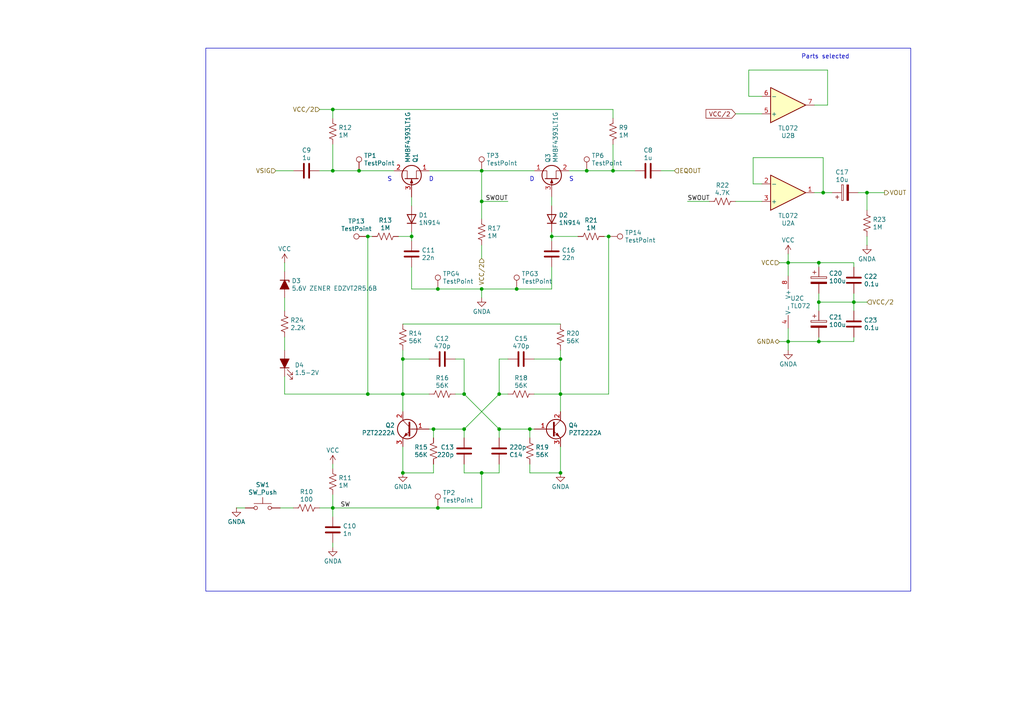
<source format=kicad_sch>
(kicad_sch (version 20231120) (generator "eeschema") (generator_version "8.0")
  (paper "A4")
  (lib_symbols
    (symbol "Amplifier_Operational:TL072" (pin_names (offset 0.127))
      (property "Reference" "U" (at 0 5.08 0))
      (property "Value" "TL072" (at 0 -5.08 0))
      (symbol "TL072_1_1"
        (polyline (pts (xy -5.08 5.08) (xy 5.08 0) (xy -5.08 -5.08) (xy -5.08 5.08)) (stroke (width 0.254)) (fill (type background)))
        (pin output line (at 7.62 0 180) (length 2.54) (name "~") (number "1"))
        (pin input line (at -7.62 -2.54 0) (length 2.54) (name "-") (number "2"))
        (pin input line (at -7.62 2.54 0) (length 2.54) (name "+") (number "3"))
      )
      (symbol "TL072_2_1"
        (polyline (pts (xy -5.08 5.08) (xy 5.08 0) (xy -5.08 -5.08) (xy -5.08 5.08)) (stroke (width 0.254)) (fill (type background)))
        (pin input line (at -7.62 2.54 0) (length 2.54) (name "+") (number "5"))
        (pin input line (at -7.62 -2.54 0) (length 2.54) (name "-") (number "6"))
        (pin output line (at 7.62 0 180) (length 2.54) (name "~") (number "7"))
      )
      (symbol "TL072_3_1"
        (pin power_in line (at -2.54 -7.62 90) (length 3.81) (name "V-") (number "4"))
        (pin power_in line (at -2.54 7.62 270) (length 3.81) (name "V+") (number "8"))
      )
    )
    (symbol "Connector:TestPoint" (pin_numbers hide) (pin_names (offset 0.762) hide)
      (property "Reference" "TP" (at 0 6.858 0))
      (property "Value" "TestPoint" (at 0 5.08 0))
      (symbol "TestPoint_0_1"
        (circle (center 0 3.302) (radius 0.762))
      )
      (symbol "TestPoint_1_1"
        (pin passive line (at 0 0 90) (length 2.54) (name "1") (number "1"))
      )
    )
    (symbol "Device:C" (pin_numbers hide) (pin_names (offset 0.254))
      (property "Reference" "C" (at 0.635 2.54 0))
      (property "Value" "C" (at 0.635 -2.54 0))
      (symbol "C_0_1"
        (polyline (pts (xy -2.032 -0.762) (xy 2.032 -0.762)) (stroke (width 0.508)))
        (polyline (pts (xy -2.032 0.762) (xy 2.032 0.762)) (stroke (width 0.508)))
      )
      (symbol "C_1_1"
        (pin passive line (at 0 3.81 270) (length 2.794) (name "~") (number "1"))
        (pin passive line (at 0 -3.81 90) (length 2.794) (name "~") (number "2"))
      )
    )
    (symbol "Device:C_Polarized" (pin_numbers hide) (pin_names (offset 0.254))
      (property "Reference" "C" (at 0.635 2.54 0))
      (property "Value" "C_Polarized" (at 0.635 -2.54 0))
      (symbol "C_Polarized_0_1"
        (rectangle (start -2.286 0.508) (end 2.286 1.016))
        (polyline (pts (xy -1.778 2.286) (xy -0.762 2.286)))
        (polyline (pts (xy -1.27 2.794) (xy -1.27 1.778)))
        (rectangle (start 2.286 -0.508) (end -2.286 -1.016) (fill (type outline)))
      )
      (symbol "C_Polarized_1_1"
        (pin passive line (at 0 3.81 270) (length 2.794) (name "~") (number "1"))
        (pin passive line (at 0 -3.81 90) (length 2.794) (name "~") (number "2"))
      )
    )
    (symbol "Device:D_Zener_Filled" (pin_numbers hide) (pin_names (offset 1.016) hide)
      (property "Reference" "D" (at 0 2.54 0))
      (property "Value" "D_Zener_Filled" (at 0 -2.54 0))
      (symbol "D_Zener_Filled_0_1"
        (polyline (pts (xy 1.27 0) (xy -1.27 0)))
        (polyline (pts (xy -1.27 -1.27) (xy -1.27 1.27) (xy -0.762 1.27)) (stroke (width 0.254)))
        (polyline (pts (xy 1.27 -1.27) (xy 1.27 1.27) (xy -1.27 0) (xy 1.27 -1.27)) (stroke (width 0.254)) (fill (type outline)))
      )
      (symbol "D_Zener_Filled_1_1"
        (pin passive line (at -3.81 0 0) (length 2.54) (name "K") (number "1"))
        (pin passive line (at 3.81 0 180) (length 2.54) (name "A") (number "2"))
      )
    )
    (symbol "Device:LED_Filled" (pin_numbers hide) (pin_names (offset 1.016) hide)
      (property "Reference" "D" (at 0 2.54 0))
      (property "Value" "LED_Filled" (at 0 -2.54 0))
      (symbol "LED_Filled_0_1"
        (polyline (pts (xy -1.27 -1.27) (xy -1.27 1.27)) (stroke (width 0.254)))
        (polyline (pts (xy -1.27 0) (xy 1.27 0)))
        (polyline (pts (xy 1.27 -1.27) (xy 1.27 1.27) (xy -1.27 0) (xy 1.27 -1.27)) (stroke (width 0.254)) (fill (type outline)))
        (polyline (pts (xy -3.048 -0.762) (xy -4.572 -2.286) (xy -3.81 -2.286) (xy -4.572 -2.286) (xy -4.572 -1.524)))
        (polyline (pts (xy -1.778 -0.762) (xy -3.302 -2.286) (xy -2.54 -2.286) (xy -3.302 -2.286) (xy -3.302 -1.524)))
      )
      (symbol "LED_Filled_1_1"
        (pin passive line (at -3.81 0 0) (length 2.54) (name "K") (number "1"))
        (pin passive line (at 3.81 0 180) (length 2.54) (name "A") (number "2"))
      )
    )
    (symbol "Device:Q_NJFET_DSG" (pin_names (offset 0) hide)
      (property "Reference" "Q" (at 5.08 1.27 0))
      (property "Value" "Q_NJFET_DSG" (at 5.08 -1.27 0))
      (symbol "Q_NJFET_DSG_0_1"
        (polyline (pts (xy 0.254 1.905) (xy 0.254 -1.905) (xy 0.254 -1.905)) (stroke (width 0.254)))
        (polyline (pts (xy 2.54 -2.54) (xy 2.54 -1.27) (xy 0.254 -1.27)))
        (polyline (pts (xy 2.54 2.54) (xy 2.54 1.397) (xy 0.254 1.397)))
        (polyline (pts (xy 0 0) (xy -1.016 0.381) (xy -1.016 -0.381) (xy 0 0)) (fill (type outline)))
        (circle (center 1.27 0) (radius 2.8194) (stroke (width 0.254)))
      )
      (symbol "Q_NJFET_DSG_1_1"
        (pin passive line (at 2.54 5.08 270) (length 2.54) (name "D") (number "1"))
        (pin passive line (at 2.54 -5.08 90) (length 2.54) (name "S") (number "2"))
        (pin input line (at -5.08 0 0) (length 5.334) (name "G") (number "3"))
      )
    )
    (symbol "Device:R_US" (pin_numbers hide) (pin_names (offset 0))
      (property "Reference" "R" (at 2.54 0 90))
      (property "Value" "R_US" (at -2.54 0 90))
      (symbol "R_US_0_1"
        (polyline (pts (xy 0 -2.286) (xy 0 -2.54)))
        (polyline (pts (xy 0 2.286) (xy 0 2.54)))
        (polyline (pts (xy 0 -0.762) (xy 1.016 -1.143) (xy 0 -1.524) (xy -1.016 -1.905) (xy 0 -2.286)))
        (polyline (pts (xy 0 0.762) (xy 1.016 0.381) (xy 0 0) (xy -1.016 -0.381) (xy 0 -0.762)))
        (polyline (pts (xy 0 2.286) (xy 1.016 1.905) (xy 0 1.524) (xy -1.016 1.143) (xy 0 0.762)))
      )
      (symbol "R_US_1_1"
        (pin passive line (at 0 3.81 270) (length 1.27) (name "~") (number "1"))
        (pin passive line (at 0 -3.81 90) (length 1.27) (name "~") (number "2"))
      )
    )
    (symbol "Diode:1N914" (pin_numbers hide) (pin_names hide)
      (property "Reference" "D" (at 0 2.54 0))
      (property "Value" "1N914" (at 0 -2.54 0))
      (symbol "1N914_0_1"
        (polyline (pts (xy -1.27 1.27) (xy -1.27 -1.27)) (stroke (width 0.254)))
        (polyline (pts (xy 1.27 0) (xy -1.27 0)))
        (polyline (pts (xy 1.27 1.27) (xy 1.27 -1.27) (xy -1.27 0) (xy 1.27 1.27)) (stroke (width 0.254)))
      )
      (symbol "1N914_1_1"
        (pin passive line (at -3.81 0 0) (length 2.54) (name "K") (number "1"))
        (pin passive line (at 3.81 0 180) (length 2.54) (name "A") (number "2"))
      )
    )
    (symbol "Switch:SW_Push" (pin_numbers hide) (pin_names (offset 1.016) hide)
      (property "Reference" "SW" (at 1.27 2.54 0))
      (property "Value" "SW_Push" (at 0 -1.524 0))
      (symbol "SW_Push_0_1"
        (circle (center -2.032 0) (radius 0.508))
        (polyline (pts (xy 0 1.27) (xy 0 3.048)))
        (polyline (pts (xy 2.54 1.27) (xy -2.54 1.27)))
        (circle (center 2.032 0) (radius 0.508))
        (pin passive line (at -5.08 0 0) (length 2.54) (name "1") (number "1"))
        (pin passive line (at 5.08 0 180) (length 2.54) (name "2") (number "2"))
      )
    )
    (symbol "Transistor_BJT:PZT2222A" (pin_names (offset 0) hide)
      (property "Reference" "Q" (at 5.08 1.905 0))
      (property "Value" "PZT2222A" (at 5.08 0 0))
      (symbol "PZT2222A_0_1"
        (polyline (pts (xy 0 0) (xy 0.635 0)))
        (polyline (pts (xy 2.54 -2.54) (xy 0.635 -0.635)))
        (polyline (pts (xy 2.54 2.54) (xy 0.635 0.635)))
        (polyline (pts (xy 0.635 1.905) (xy 0.635 -1.905) (xy 0.635 -1.905)) (stroke (width 0.508)))
        (polyline (pts (xy 2.286 -2.286) (xy 1.778 -1.778) (xy 1.778 -1.778)))
        (polyline (pts (xy 1.143 -1.651) (xy 1.651 -1.143) (xy 2.159 -2.159) (xy 1.143 -1.651) (xy 1.143 -1.651)) (fill (type outline)))
        (circle (center 1.27 0) (radius 2.8194) (stroke (width 0.254)))
      )
      (symbol "PZT2222A_1_1"
        (pin input line (at -5.08 0 0) (length 5.08) (name "B") (number "1"))
        (pin passive line (at 2.54 5.08 270) (length 2.54) (name "C") (number "2"))
        (pin passive line (at 2.54 -5.08 90) (length 2.54) (name "E") (number "3"))
      )
    )
    (symbol "power:GNDA" (power) (pin_numbers hide) (pin_names (offset 0) hide)
      (property "Value" "GNDA" (at 0 -3.81 0))
      (symbol "GNDA_0_1"
        (polyline (pts (xy 0 0) (xy 0 -1.27) (xy 1.27 -1.27) (xy 0 -2.54) (xy -1.27 -1.27) (xy 0 -1.27)))
      )
      (symbol "GNDA_1_1"
        (pin power_in line (at 0 0 270) (length 0) (name "~") (number "1"))
      )
    )
    (symbol "power:VCC" (power) (pin_numbers hide) (pin_names (offset 0) hide)
      (property "Value" "VCC" (at 0 3.556 0))
      (symbol "VCC_0_1"
        (polyline (pts (xy -0.762 1.27) (xy 0 2.54)))
        (polyline (pts (xy 0 0) (xy 0 2.54)))
        (polyline (pts (xy 0 2.54) (xy 0.762 1.27)))
      )
      (symbol "VCC_1_1"
        (pin power_in line (at 0 0 90) (length 0) (name "~") (number "1"))
      )
    )
  )
  (junction (at 170.18 49.53))
  (junction (at 116.84 114.3))
  (junction (at 96.52 49.53))
  (junction (at 139.7 49.53))
  (junction (at 251.46 55.88))
  (junction (at 162.56 137.16))
  (junction (at 144.78 124.46))
  (junction (at 153.67 124.46))
  (junction (at 106.68 68.58))
  (junction (at 176.53 68.58))
  (junction (at 127 83.82))
  (junction (at 238.76 55.88))
  (junction (at 144.78 114.3))
  (junction (at 134.62 124.46))
  (junction (at 228.6 76.2))
  (junction (at 237.49 99.06))
  (junction (at 119.38 68.58))
  (junction (at 96.52 31.75))
  (junction (at 139.7 137.16))
  (junction (at 104.14 49.53))
  (junction (at 247.65 87.63))
  (junction (at 177.8 49.53))
  (junction (at 237.49 87.63))
  (junction (at 96.52 147.32))
  (junction (at 228.6 99.06))
  (junction (at 139.7 83.82))
  (junction (at 237.49 76.2))
  (junction (at 139.7 58.42))
  (junction (at 116.84 137.16))
  (junction (at 106.68 114.3))
  (junction (at 162.56 104.14))
  (junction (at 162.56 114.3))
  (junction (at 149.86 83.82))
  (junction (at 116.84 104.14))
  (junction (at 125.73 124.46))
  (junction (at 160.02 68.58))
  (junction (at 127 147.32))
  (junction (at 134.62 114.3))
  (wire (pts (xy 228.6 76.2) (xy 237.49 76.2)))
  (wire (pts (xy 153.67 134.62) (xy 153.67 137.16)))
  (wire (pts (xy 96.52 49.53) (xy 104.14 49.53)))
  (wire (pts (xy 119.38 77.47) (xy 119.38 83.82)))
  (wire (pts (xy 162.56 137.16) (xy 162.56 129.54)))
  (wire (pts (xy 106.68 68.58) (xy 107.95 68.58)))
  (wire (pts (xy 116.84 93.98) (xy 162.56 93.98)))
  (wire (pts (xy 119.38 57.15) (xy 119.38 59.69)))
  (wire (pts (xy 82.55 76.2) (xy 82.55 78.74)))
  (wire (pts (xy 134.62 104.14) (xy 134.62 114.3)))
  (wire (pts (xy 134.62 114.3) (xy 144.78 124.46)))
  (wire (pts (xy 237.49 85.09) (xy 237.49 87.63)))
  (wire (pts (xy 220.98 27.94) (xy 217.17 27.94)))
  (wire (pts (xy 125.73 137.16) (xy 116.84 137.16)))
  (wire (pts (xy 162.56 114.3) (xy 162.56 119.38)))
  (wire (pts (xy 125.73 124.46) (xy 134.62 124.46)))
  (wire (pts (xy 228.6 73.66) (xy 228.6 76.2)))
  (wire (pts (xy 247.65 87.63) (xy 237.49 87.63)))
  (wire (pts (xy 177.8 41.91) (xy 177.8 49.53)))
  (wire (pts (xy 153.67 124.46) (xy 153.67 127)))
  (wire (pts (xy 119.38 69.85) (xy 119.38 68.58)))
  (wire (pts (xy 165.1 49.53) (xy 170.18 49.53)))
  (wire (pts (xy 177.8 49.53) (xy 184.15 49.53)))
  (wire (pts (xy 96.52 147.32) (xy 96.52 149.86)))
  (wire (pts (xy 177.8 31.75) (xy 177.8 34.29)))
  (wire (pts (xy 139.7 49.53) (xy 139.7 58.42)))
  (wire (pts (xy 125.73 124.46) (xy 125.73 127)))
  (wire (pts (xy 119.38 68.58) (xy 119.38 67.31)))
  (wire (pts (xy 154.94 124.46) (xy 153.67 124.46)))
  (wire (pts (xy 228.6 80.01) (xy 228.6 76.2)))
  (wire (pts (xy 127 83.82) (xy 139.7 83.82)))
  (wire (pts (xy 116.84 114.3) (xy 124.46 114.3)))
  (wire (pts (xy 154.94 104.14) (xy 162.56 104.14)))
  (wire (pts (xy 106.68 68.58) (xy 106.68 114.3)))
  (wire (pts (xy 162.56 114.3) (xy 176.53 114.3)))
  (wire (pts (xy 134.62 124.46) (xy 134.62 127)))
  (wire (pts (xy 238.76 55.88) (xy 236.22 55.88)))
  (wire (pts (xy 132.08 114.3) (xy 134.62 114.3)))
  (wire (pts (xy 226.06 76.2) (xy 228.6 76.2)))
  (wire (pts (xy 124.46 124.46) (xy 125.73 124.46)))
  (wire (pts (xy 154.94 114.3) (xy 162.56 114.3)))
  (wire (pts (xy 241.3 55.88) (xy 238.76 55.88)))
  (wire (pts (xy 237.49 77.47) (xy 237.49 76.2)))
  (wire (pts (xy 247.65 85.09) (xy 247.65 87.63)))
  (wire (pts (xy 96.52 31.75) (xy 177.8 31.75)))
  (wire (pts (xy 104.14 49.53) (xy 114.3 49.53)))
  (wire (pts (xy 92.71 31.75) (xy 96.52 31.75)))
  (wire (pts (xy 139.7 83.82) (xy 139.7 86.36)))
  (wire (pts (xy 139.7 137.16) (xy 139.7 147.32)))
  (wire (pts (xy 237.49 76.2) (xy 247.65 76.2)))
  (wire (pts (xy 124.46 49.53) (xy 139.7 49.53)))
  (wire (pts (xy 68.58 147.32) (xy 71.12 147.32)))
  (wire (pts (xy 82.55 109.22) (xy 82.55 114.3)))
  (wire (pts (xy 236.22 30.48) (xy 240.03 30.48)))
  (wire (pts (xy 160.02 69.85) (xy 160.02 68.58)))
  (wire (pts (xy 213.36 33.02) (xy 220.98 33.02)))
  (wire (pts (xy 116.84 137.16) (xy 116.84 129.54)))
  (wire (pts (xy 144.78 104.14) (xy 144.78 114.3)))
  (wire (pts (xy 139.7 71.12) (xy 139.7 74.93)))
  (wire (pts (xy 144.78 124.46) (xy 153.67 124.46)))
  (wire (pts (xy 199.39 58.42) (xy 205.74 58.42)))
  (wire (pts (xy 81.28 147.32) (xy 85.09 147.32)))
  (wire (pts (xy 218.44 45.72) (xy 218.44 53.34)))
  (wire (pts (xy 125.73 134.62) (xy 125.73 137.16)))
  (wire (pts (xy 139.7 49.53) (xy 154.94 49.53)))
  (wire (pts (xy 226.06 99.06) (xy 228.6 99.06)))
  (wire (pts (xy 218.44 45.72) (xy 238.76 45.72)))
  (wire (pts (xy 247.65 76.2) (xy 247.65 77.47)))
  (wire (pts (xy 256.54 55.88) (xy 251.46 55.88)))
  (wire (pts (xy 92.71 147.32) (xy 96.52 147.32)))
  (wire (pts (xy 92.71 49.53) (xy 96.52 49.53)))
  (wire (pts (xy 96.52 158.75) (xy 96.52 157.48)))
  (wire (pts (xy 139.7 58.42) (xy 147.32 58.42)))
  (wire (pts (xy 116.84 114.3) (xy 116.84 119.38)))
  (wire (pts (xy 134.62 137.16) (xy 139.7 137.16)))
  (wire (pts (xy 170.18 49.53) (xy 177.8 49.53)))
  (wire (pts (xy 116.84 104.14) (xy 116.84 114.3)))
  (wire (pts (xy 251.46 55.88) (xy 248.92 55.88)))
  (wire (pts (xy 247.65 87.63) (xy 251.46 87.63)))
  (wire (pts (xy 160.02 57.15) (xy 160.02 59.69)))
  (wire (pts (xy 96.52 41.91) (xy 96.52 49.53)))
  (wire (pts (xy 237.49 99.06) (xy 237.49 97.79)))
  (wire (pts (xy 119.38 83.82) (xy 127 83.82)))
  (wire (pts (xy 220.98 58.42) (xy 213.36 58.42)))
  (wire (pts (xy 237.49 87.63) (xy 237.49 90.17)))
  (wire (pts (xy 191.77 49.53) (xy 195.58 49.53)))
  (wire (pts (xy 218.44 53.34) (xy 220.98 53.34)))
  (wire (pts (xy 82.55 86.36) (xy 82.55 90.17)))
  (wire (pts (xy 139.7 58.42) (xy 139.7 63.5)))
  (wire (pts (xy 217.17 27.94) (xy 217.17 20.32)))
  (wire (pts (xy 80.01 49.53) (xy 85.09 49.53)))
  (wire (pts (xy 247.65 99.06) (xy 237.49 99.06)))
  (wire (pts (xy 106.68 114.3) (xy 116.84 114.3)))
  (wire (pts (xy 115.57 68.58) (xy 119.38 68.58)))
  (wire (pts (xy 251.46 68.58) (xy 251.46 71.12)))
  (wire (pts (xy 116.84 104.14) (xy 124.46 104.14)))
  (wire (pts (xy 139.7 137.16) (xy 144.78 137.16)))
  (wire (pts (xy 247.65 87.63) (xy 247.65 90.17)))
  (wire (pts (xy 228.6 95.25) (xy 228.6 99.06)))
  (wire (pts (xy 96.52 31.75) (xy 96.52 34.29)))
  (wire (pts (xy 176.53 114.3) (xy 176.53 68.58)))
  (wire (pts (xy 149.86 83.82) (xy 160.02 83.82)))
  (wire (pts (xy 144.78 137.16) (xy 144.78 134.62)))
  (wire (pts (xy 127 147.32) (xy 96.52 147.32)))
  (wire (pts (xy 96.52 134.62) (xy 96.52 135.89)))
  (wire (pts (xy 96.52 147.32) (xy 96.52 143.51)))
  (wire (pts (xy 144.78 114.3) (xy 134.62 124.46)))
  (wire (pts (xy 144.78 124.46) (xy 144.78 127)))
  (wire (pts (xy 251.46 55.88) (xy 251.46 60.96)))
  (wire (pts (xy 238.76 45.72) (xy 238.76 55.88)))
  (wire (pts (xy 162.56 104.14) (xy 162.56 114.3)))
  (wire (pts (xy 139.7 147.32) (xy 127 147.32)))
  (wire (pts (xy 176.53 68.58) (xy 175.26 68.58)))
  (wire (pts (xy 153.67 137.16) (xy 162.56 137.16)))
  (wire (pts (xy 217.17 20.32) (xy 240.03 20.32)))
  (wire (pts (xy 144.78 114.3) (xy 147.32 114.3)))
  (wire (pts (xy 247.65 97.79) (xy 247.65 99.06)))
  (wire (pts (xy 167.64 68.58) (xy 160.02 68.58)))
  (wire (pts (xy 82.55 97.79) (xy 82.55 101.6)))
  (wire (pts (xy 82.55 114.3) (xy 106.68 114.3)))
  (wire (pts (xy 134.62 104.14) (xy 132.08 104.14)))
  (wire (pts (xy 160.02 68.58) (xy 160.02 67.31)))
  (wire (pts (xy 134.62 137.16) (xy 134.62 134.62)))
  (wire (pts (xy 144.78 104.14) (xy 147.32 104.14)))
  (wire (pts (xy 228.6 99.06) (xy 237.49 99.06)))
  (wire (pts (xy 116.84 101.6) (xy 116.84 104.14)))
  (wire (pts (xy 240.03 20.32) (xy 240.03 30.48)))
  (wire (pts (xy 228.6 101.6) (xy 228.6 99.06)))
  (wire (pts (xy 139.7 83.82) (xy 149.86 83.82)))
  (wire (pts (xy 162.56 101.6) (xy 162.56 104.14)))
  (wire (pts (xy 160.02 83.82) (xy 160.02 77.47)))
  (rectangle (start 59.69 13.97) (end 264.16 171.45))
  (text "D" (at 125.095 52.07 0) (effects (font (size 1.27 1.27))))
  (text "D" (at 154.305 52.07 0) (effects (font (size 1.27 1.27))))
  (text "S" (at 165.735 52.07 0) (effects (font (size 1.27 1.27))))
  (text "Parts selected" (at 239.395 16.51 0) (effects (font (size 1.27 1.27))))
  (text "S" (at 113.03 52.07 0) (effects (font (size 1.27 1.27))))
  (label "SW" (at 101.6 147.32 180))
  (label "SWOUT" (at 147.32 58.42 180))
  (label "SWOUT" (at 199.39 58.42 0))
  (global_label "VCC{slash}2" (shape input) (at 213.36 33.02 180) (property "Intersheetrefs" "${INTERSHEET_REFS}" (effects (hide yes))))
  (hierarchical_label "VCC{slash}2" (shape input) (at 139.7 74.93 270))
  (hierarchical_label "VSIG" (shape input) (at 80.01 49.53 180))
  (hierarchical_label "VCC" (shape input) (at 226.06 76.2 180))
  (hierarchical_label "EQOUT" (shape input) (at 195.58 49.53 0))
  (hierarchical_label "VOUT" (shape output) (at 256.54 55.88 0))
  (hierarchical_label "VCC{slash}2" (shape input) (at 92.71 31.75 180))
  (hierarchical_label "GNDA" (shape bidirectional) (at 226.06 99.06 180))
  (hierarchical_label "VCC{slash}2" (shape input) (at 251.46 87.63 0))
  (symbol (lib_id "Device:C") (at 187.96 49.53 90) (unit 1)
    (property "Reference" "C8" (at 187.96 43.5817 90))
    (property "Value" "1u" (at 187.96 45.7692 90))
    (property "Footprint" "Capacitor_SMD:C_0603_1608Metric_Pad1.08x0.95mm_HandSolder" (effects (hide yes)))
    (property "Datasheet" "https://www.digikey.com/en/products/detail/kemet/C0603C105K4RACTU/2199788" (effects (hide yes)))
    (property "Description" "1 µF ±10% 16V Ceramic Capacitor X7R 0603 (1608 Metric)" (effects (hide yes)))
  )
  (symbol (lib_id "Transistor_BJT:PZT2222A") (at 160.02 124.46 0) (unit 1)
    (property "Reference" "Q4" (at 164.8714 123.3662 0) (effects (justify left)))
    (property "Value" "PZT2222A" (at 164.8714 125.5537 0) (effects (justify left)))
    (property "Footprint" "Package_TO_SOT_SMD:SOT-23" (effects (hide yes)))
    (property "Datasheet" "https://www.onsemi.com/pub/Collateral/PN2222-D.PDF" (effects (hide yes)))
    (property "Description" "1A Ic, 40V Vce, NPN Transistor, General Purpose Transistor, SOT-223" (effects (hide yes)))
  )
  (symbol (lib_id "Switch:SW_Push") (at 76.2 147.32 0) (unit 1)
    (property "Reference" "SW1" (at 76.2 140.6097 0))
    (property "Value" "SW_Push" (at 76.2 142.7972 0))
    (property "Footprint" "Connector_Molex:Molex_KK-254_AE-6410-02A_1x02_P2.54mm_Vertical" (effects (hide yes)))
    (property "Description" "Push button switch, generic, two pins" (effects (hide yes)))
  )
  (symbol (lib_id "Transistor_BJT:PZT2222A") (at 119.38 124.46 0) (mirror y) (unit 1)
    (property "Reference" "Q2" (at 114.5286 123.3662 0) (effects (justify left)))
    (property "Value" "PZT2222A" (at 114.5286 125.5537 0) (effects (justify left)))
    (property "Footprint" "Package_TO_SOT_SMD:SOT-23" (effects (hide yes)))
    (property "Datasheet" "https://www.onsemi.com/pub/Collateral/PN2222-D.PDF" (effects (hide yes)))
    (property "Description" "1A Ic, 40V Vce, NPN Transistor, General Purpose Transistor, SOT-223" (effects (hide yes)))
  )
  (symbol (lib_id "Device:R_US") (at 128.27 114.3 270) (unit 1)
    (property "Reference" "R16" (at 128.27 109.6217 90))
    (property "Value" "56K" (at 128.27 111.8092 90))
    (property "Footprint" "Resistor_SMD:R_0805_2012Metric" (effects (hide yes)))
    (property "Description" "Resistor, US symbol" (effects (hide yes)))
  )
  (symbol (lib_id "Device:Q_NJFET_DSG") (at 119.38 52.07 270) (mirror x) (unit 1)
    (property "Reference" "Q1" (at 120.4738 47.2186 0) (effects (justify left)))
    (property "Value" "MMBF4393LT1G" (at 118.2863 47.2186 0) (effects (justify left)))
    (property "Footprint" "Package_TO_SOT_SMD:SOT-23-3" (effects (hide yes)))
    (property "Datasheet" "https://www.digikey.com/en/products/detail/onsemi/MMBF4393LT1G/919583" (effects (hide yes)))
    (property "Description" "N-JFET transistor, drain/source/gate" (effects (hide yes)))
  )
  (symbol (lib_id "Amplifier_Operational:TL072") (at 228.6 55.88 0) (mirror x) (unit 1)
    (property "Reference" "U2" (at 228.6 64.7493 0))
    (property "Value" "TL072" (at 228.6 62.5618 0))
    (property "Footprint" "Package_SO:SOIC-8_3.9x4.9mm_P1.27mm" (effects (hide yes)))
    (property "Datasheet" "http://www.ti.com/lit/ds/symlink/tl071.pdf" (effects (hide yes)))
    (property "Description" "Dual Low-Noise JFET-Input Operational Amplifiers, DIP-8/SOIC-8" (effects (hide yes)))
  )
  (symbol (lib_id "Connector:TestPoint") (at 170.18 49.53 0) (unit 1)
    (property "Reference" "TP6" (at 171.577 45.1342 0) (effects (justify left)))
    (property "Value" "TestPoint" (at 171.577 47.3217 0) (effects (justify left)))
    (property "Footprint" "TestPoint:TestPoint_Pad_1.0x1.0mm" (effects (hide yes)))
    (property "Description" "test point" (effects (hide yes)))
  )
  (symbol (lib_id "power:GNDA") (at 68.58 147.32 0) (unit 1)
    (property "Reference" "#PWR06" (effects (hide yes)))
    (property "Value" "GNDA" (at 68.58 151.3347 0))
    (property "Description" "Power symbol creates a global label with name \"GNDA\" , analog ground" (effects (hide yes)))
  )
  (symbol (lib_id "Connector:TestPoint") (at 127 147.32 0) (unit 1)
    (property "Reference" "TP2" (at 128.397 142.9242 0) (effects (justify left)))
    (property "Value" "TestPoint" (at 128.397 145.1117 0) (effects (justify left)))
    (property "Footprint" "TestPoint:TestPoint_Pad_1.0x1.0mm" (effects (hide yes)))
    (property "Description" "test point" (effects (hide yes)))
  )
  (symbol (lib_id "Device:R_US") (at 88.9 147.32 90) (unit 1)
    (property "Reference" "R10" (at 88.9 142.6417 90))
    (property "Value" "100" (at 88.9 144.8292 90))
    (property "Footprint" "Resistor_SMD:R_0805_2012Metric" (effects (hide yes)))
    (property "Description" "Resistor, US symbol" (effects (hide yes)))
  )
  (symbol (lib_id "Connector:TestPoint") (at 149.86 83.82 0) (unit 1)
    (property "Reference" "TPG3" (at 151.257 79.4242 0) (effects (justify left)))
    (property "Value" "TestPoint" (at 151.257 81.6117 0) (effects (justify left)))
    (property "Footprint" "TestPoint:TestPoint_Pad_1.0x1.0mm" (effects (hide yes)))
    (property "Description" "test point" (effects (hide yes)))
  )
  (symbol (lib_id "Device:R_US") (at 82.55 93.98 180) (unit 1)
    (property "Reference" "R24" (at 84.201 92.8862 0) (effects (justify right)))
    (property "Value" "2.2K" (at 84.201 95.0737 0) (effects (justify right)))
    (property "Footprint" "Resistor_SMD:R_0805_2012Metric" (effects (hide yes)))
    (property "Description" "Resistor, US symbol" (effects (hide yes)))
  )
  (symbol (lib_id "power:GNDA") (at 251.46 71.12 0) (unit 1)
    (property "Reference" "#PWR016" (effects (hide yes)))
    (property "Value" "GNDA" (at 251.46 75.1347 0))
    (property "Description" "Power symbol creates a global label with name \"GNDA\" , analog ground" (effects (hide yes)))
  )
  (symbol (lib_id "Device:C_Polarized") (at 237.49 81.28 0) (unit 1)
    (property "Reference" "C20" (at 240.411 79.2972 0) (effects (justify left)))
    (property "Value" "100u" (at 240.411 81.4847 0) (effects (justify left)))
    (property "Footprint" "Capacitor_THT:CP_Radial_D5.0mm_P2.00mm" (effects (hide yes)))
    (property "Datasheet" "https://www.digikey.com/en/products/detail/kemet/ESK107M016AC3AA/3083016" (effects (hide yes)))
    (property "Description" "CAP ALUM 100UF 20% 16V RADIAL TH" (effects (hide yes)))
  )
  (symbol (lib_id "Device:C_Polarized") (at 237.49 93.98 0) (unit 1)
    (property "Reference" "C21" (at 240.411 91.9972 0) (effects (justify left)))
    (property "Value" "100u" (at 240.411 94.1847 0) (effects (justify left)))
    (property "Footprint" "Capacitor_THT:CP_Radial_D5.0mm_P2.00mm" (effects (hide yes)))
    (property "Datasheet" "https://www.digikey.com/en/products/detail/kemet/ESK107M016AC3AA/3083016" (effects (hide yes)))
    (property "Description" "CAP ALUM 100UF 20% 16V RADIAL TH" (effects (hide yes)))
  )
  (symbol (lib_id "Device:R_US") (at 111.76 68.58 90) (unit 1)
    (property "Reference" "R13" (at 111.76 63.9017 90))
    (property "Value" "1M" (at 111.76 66.0892 90))
    (property "Footprint" "Resistor_SMD:R_0805_2012Metric" (effects (hide yes)))
    (property "Description" "Resistor, US symbol" (effects (hide yes)))
  )
  (symbol (lib_id "Device:R_US") (at 96.52 38.1 0) (unit 1)
    (property "Reference" "R12" (at 98.171 37.0062 0) (effects (justify left)))
    (property "Value" "1M" (at 98.171 39.1937 0) (effects (justify left)))
    (property "Footprint" "Resistor_SMD:R_0805_2012Metric" (effects (hide yes)))
    (property "Description" "Resistor, US symbol" (effects (hide yes)))
  )
  (symbol (lib_id "Device:C") (at 119.38 73.66 180) (unit 1)
    (property "Reference" "C11" (at 122.301 72.5662 0) (effects (justify right)))
    (property "Value" "22n" (at 122.301 74.7537 0) (effects (justify right)))
    (property "Footprint" "Capacitor_SMD:C_0805_2012Metric" (effects (hide yes)))
    (property "Datasheet" "https://www.digikey.com/en/products/detail/kemet/C0603C223K4RAC7867/411092" (effects (hide yes)))
    (property "Description" "0.022 µF ±10% 16V Ceramic Capacitor X7R 0603 (1608 Metric)" (effects (hide yes)))
  )
  (symbol (lib_id "Device:C") (at 151.13 104.14 270) (unit 1)
    (property "Reference" "C15" (at 151.13 98.1917 90))
    (property "Value" "470p" (at 151.13 100.3792 90))
    (property "Footprint" "Capacitor_SMD:C_0805_2012Metric" (effects (hide yes)))
    (property "Datasheet" "https://www.digikey.com/en/products/detail/kemet/C0603C471K3RAC7867/2200814" (effects (hide yes)))
    (property "Description" "470 pF ±10% 25V Ceramic Capacitor X7R 0603 (1608 Metric)" (effects (hide yes)))
  )
  (symbol (lib_id "Device:C") (at 247.65 93.98 180) (unit 1)
    (property "Reference" "C23" (at 250.571 92.8862 0) (effects (justify right)))
    (property "Value" "0.1u" (at 250.571 95.0737 0) (effects (justify right)))
    (property "Footprint" "Capacitor_SMD:C_0603_1608Metric_Pad1.08x0.95mm_HandSolder" (effects (hide yes)))
    (property "Datasheet" "https://www.digikey.com/en/products/detail/yageo/CC0603KRX7R8BB104/2103079" (effects (hide yes)))
    (property "Description" "0.1 µF ±10% 25V Ceramic Capacitor X7R 0603 (1608 Metric)" (effects (hide yes)))
  )
  (symbol (lib_id "Connector:TestPoint") (at 176.53 68.58 270) (unit 1)
    (property "Reference" "TP14" (at 181.229 67.4862 90) (effects (justify left)))
    (property "Value" "TestPoint" (at 181.229 69.6737 90) (effects (justify left)))
    (property "Footprint" "TestPoint:TestPoint_Pad_1.0x1.0mm" (effects (hide yes)))
    (property "Description" "test point" (effects (hide yes)))
  )
  (symbol (lib_id "Device:R_US") (at 116.84 97.79 180) (unit 1)
    (property "Reference" "R14" (at 118.491 96.6962 0) (effects (justify right)))
    (property "Value" "56K" (at 118.491 98.8837 0) (effects (justify right)))
    (property "Footprint" "Resistor_SMD:R_0805_2012Metric" (effects (hide yes)))
    (property "Description" "Resistor, US symbol" (effects (hide yes)))
  )
  (symbol (lib_id "Connector:TestPoint") (at 106.68 68.58 90) (unit 1)
    (property "Reference" "TP13" (at 103.378 64.1557 90))
    (property "Value" "TestPoint" (at 103.378 66.3432 90))
    (property "Footprint" "TestPoint:TestPoint_Pad_1.0x1.0mm" (effects (hide yes)))
    (property "Description" "test point" (effects (hide yes)))
  )
  (symbol (lib_id "Device:R_US") (at 153.67 130.81 180) (unit 1)
    (property "Reference" "R19" (at 155.321 129.7162 0) (effects (justify right)))
    (property "Value" "56K" (at 155.321 131.9037 0) (effects (justify right)))
    (property "Footprint" "Resistor_SMD:R_0805_2012Metric" (effects (hide yes)))
    (property "Description" "Resistor, US symbol" (effects (hide yes)))
  )
  (symbol (lib_id "Connector:TestPoint") (at 139.7 49.53 0) (unit 1)
    (property "Reference" "TP3" (at 141.097 45.1342 0) (effects (justify left)))
    (property "Value" "TestPoint" (at 141.097 47.3217 0) (effects (justify left)))
    (property "Footprint" "TestPoint:TestPoint_Pad_1.0x1.0mm" (effects (hide yes)))
    (property "Description" "test point" (effects (hide yes)))
  )
  (symbol (lib_id "power:VCC") (at 82.55 76.2 0) (unit 1)
    (property "Reference" "#PWR010" (effects (hide yes)))
    (property "Value" "VCC" (at 82.55 72.1853 0))
    (property "Description" "Power symbol creates a global label with name \"VCC\"" (effects (hide yes)))
  )
  (symbol (lib_id "Device:R_US") (at 151.13 114.3 270) (unit 1)
    (property "Reference" "R18" (at 151.13 109.6217 90))
    (property "Value" "56K" (at 151.13 111.8092 90))
    (property "Footprint" "Resistor_SMD:R_0805_2012Metric" (effects (hide yes)))
    (property "Description" "Resistor, US symbol" (effects (hide yes)))
  )
  (symbol (lib_id "Device:C") (at 247.65 81.28 180) (unit 1)
    (property "Reference" "C22" (at 250.571 80.1862 0) (effects (justify right)))
    (property "Value" "0.1u" (at 250.571 82.3737 0) (effects (justify right)))
    (property "Footprint" "Capacitor_SMD:C_0603_1608Metric_Pad1.08x0.95mm_HandSolder" (effects (hide yes)))
    (property "Datasheet" "https://www.digikey.com/en/products/detail/yageo/CC0603KRX7R8BB104/2103079" (effects (hide yes)))
    (property "Description" "0.1 µF ±10% 25V Ceramic Capacitor X7R 0603 (1608 Metric)" (effects (hide yes)))
  )
  (symbol (lib_id "Device:R_US") (at 125.73 130.81 0) (mirror x) (unit 1)
    (property "Reference" "R15" (at 124.079 129.7162 0) (effects (justify right)))
    (property "Value" "56K" (at 124.079 131.9037 0) (effects (justify right)))
    (property "Footprint" "Resistor_SMD:R_0805_2012Metric" (effects (hide yes)))
    (property "Description" "Resistor, US symbol" (effects (hide yes)))
  )
  (symbol (lib_id "Connector:TestPoint") (at 104.14 49.53 0) (unit 1)
    (property "Reference" "TP1" (at 105.537 45.1342 0) (effects (justify left)))
    (property "Value" "TestPoint" (at 105.537 47.3217 0) (effects (justify left)))
    (property "Footprint" "TestPoint:TestPoint_Pad_1.0x1.0mm" (effects (hide yes)))
    (property "Description" "test point" (effects (hide yes)))
  )
  (symbol (lib_id "power:GNDA") (at 162.56 137.16 0) (unit 1)
    (property "Reference" "#PWR013" (effects (hide yes)))
    (property "Value" "GNDA" (at 162.56 141.1747 0))
    (property "Description" "Power symbol creates a global label with name \"GNDA\" , analog ground" (effects (hide yes)))
  )
  (symbol (lib_id "Device:C") (at 134.62 130.81 0) (mirror x) (unit 1)
    (property "Reference" "C13" (at 131.699 129.7162 0) (effects (justify right)))
    (property "Value" "220p" (at 131.699 131.9037 0) (effects (justify right)))
    (property "Footprint" "Capacitor_SMD:C_0805_2012Metric" (effects (hide yes)))
    (property "Datasheet" "https://www.digikey.com/en/products/detail/kemet/C0603C221K3RAC7867/2200227" (effects (hide yes)))
    (property "Description" "220 pF ±10% 25V Ceramic Capacitor X7R 0603 (1608 Metric)" (effects (hide yes)))
  )
  (symbol (lib_id "Diode:1N914") (at 160.02 63.5 90) (unit 1)
    (property "Reference" "D2" (at 162.052 62.4062 90) (effects (justify right)))
    (property "Value" "1N914" (at 162.052 64.5937 90) (effects (justify right)))
    (property "Footprint" "Diode_THT:D_DO-35_SOD27_P2.54mm_Vertical_AnodeUp" (effects (hide yes)))
    (property "Datasheet" "http://www.vishay.com/docs/85622/1n914.pdf" (effects (hide yes)))
    (property "Description" "100V 0.3A Small Signal Fast Switching Diode, DO-35" (effects (hide yes)))
    (property "Sim.Device" "D" (effects (hide yes)))
    (property "Sim.Pins" "1=K 2=A" (effects (hide yes)))
  )
  (symbol (lib_id "Device:D_Zener_Filled") (at 82.55 82.55 270) (unit 1)
    (property "Reference" "D3" (at 84.582 81.4562 90) (effects (justify left)))
    (property "Value" "5.6V ZENER EDZVT2R5.6B" (at 84.582 83.6437 90) (effects (justify left)))
    (property "Footprint" "Diode_SMD:D_SOD-523" (effects (hide yes)))
    (property "Datasheet" "https://www.rohm.com/datasheet?p=EDZV5.6B&dist=Digi-key&media=referral&source=digi-key.com&campaign=Digi-key" (effects (hide yes)))
    (property "Description" "Zener diode, filled shape" (effects (hide yes)))
  )
  (symbol (lib_id "power:GNDA") (at 116.84 137.16 0) (unit 1)
    (property "Reference" "#PWR011" (effects (hide yes)))
    (property "Value" "GNDA" (at 116.84 141.1747 0))
    (property "Description" "Power symbol creates a global label with name \"GNDA\" , analog ground" (effects (hide yes)))
  )
  (symbol (lib_id "power:GNDA") (at 139.7 86.36 0) (unit 1)
    (property "Reference" "#PWR012" (effects (hide yes)))
    (property "Value" "GNDA" (at 139.7 90.3747 0))
    (property "Description" "Power symbol creates a global label with name \"GNDA\" , analog ground" (effects (hide yes)))
  )
  (symbol (lib_id "power:GNDA") (at 228.6 101.6 0) (unit 1)
    (property "Reference" "#PWR015" (effects (hide yes)))
    (property "Value" "GNDA" (at 228.6 105.6147 0))
    (property "Description" "Power symbol creates a global label with name \"GNDA\" , analog ground" (effects (hide yes)))
  )
  (symbol (lib_id "Connector:TestPoint") (at 127 83.82 0) (unit 1)
    (property "Reference" "TPG4" (at 128.397 79.4242 0) (effects (justify left)))
    (property "Value" "TestPoint" (at 128.397 81.6117 0) (effects (justify left)))
    (property "Footprint" "TestPoint:TestPoint_Pad_1.0x1.0mm" (effects (hide yes)))
    (property "Description" "test point" (effects (hide yes)))
  )
  (symbol (lib_id "power:GNDA") (at 96.52 158.75 0) (unit 1)
    (property "Reference" "#PWR08" (effects (hide yes)))
    (property "Value" "GNDA" (at 96.52 162.7647 0))
    (property "Description" "Power symbol creates a global label with name \"GNDA\" , analog ground" (effects (hide yes)))
  )
  (symbol (lib_id "Device:R_US") (at 139.7 67.31 180) (unit 1)
    (property "Reference" "R17" (at 141.351 66.2162 0) (effects (justify right)))
    (property "Value" "1M" (at 141.351 68.4037 0) (effects (justify right)))
    (property "Footprint" "Resistor_SMD:R_0805_2012Metric" (effects (hide yes)))
    (property "Description" "Resistor, US symbol" (effects (hide yes)))
  )
  (symbol (lib_id "Device:C") (at 88.9 49.53 90) (unit 1)
    (property "Reference" "C9" (at 88.9 43.5817 90))
    (property "Value" "1u" (at 88.9 45.7692 90))
    (property "Footprint" "Capacitor_SMD:C_0603_1608Metric_Pad1.08x0.95mm_HandSolder" (effects (hide yes)))
    (property "Datasheet" "https://www.digikey.com/en/products/detail/kemet/C0603C105K4RACTU/2199788" (effects (hide yes)))
    (property "Description" "1 µF ±10% 16V Ceramic Capacitor X7R 0603 (1608 Metric)" (effects (hide yes)))
  )
  (symbol (lib_id "Device:R_US") (at 171.45 68.58 270) (unit 1)
    (property "Reference" "R21" (at 171.45 63.9017 90))
    (property "Value" "1M" (at 171.45 66.0892 90))
    (property "Footprint" "Resistor_SMD:R_0805_2012Metric" (effects (hide yes)))
    (property "Description" "Resistor, US symbol" (effects (hide yes)))
  )
  (symbol (lib_id "Amplifier_Operational:TL072") (at 231.14 87.63 0) (unit 3)
    (property "Reference" "U2" (at 229.235 86.5362 0) (effects (justify left)))
    (property "Value" "TL072" (at 229.235 88.7237 0) (effects (justify left)))
    (property "Footprint" "Package_SO:SOIC-8_3.9x4.9mm_P1.27mm" (effects (hide yes)))
    (property "Datasheet" "http://www.ti.com/lit/ds/symlink/tl071.pdf" (effects (hide yes)))
    (property "Description" "Dual Low-Noise JFET-Input Operational Amplifiers, DIP-8/SOIC-8" (effects (hide yes)))
  )
  (symbol (lib_id "Device:R_US") (at 209.55 58.42 270) (unit 1)
    (property "Reference" "R22" (at 209.55 53.7417 90))
    (property "Value" "4.7K" (at 209.55 55.9292 90))
    (property "Footprint" "Resistor_SMD:R_0805_2012Metric" (effects (hide yes)))
    (property "Description" "Resistor, US symbol" (effects (hide yes)))
  )
  (symbol (lib_id "Device:R_US") (at 251.46 64.77 180) (unit 1)
    (property "Reference" "R23" (at 253.111 63.6762 0) (effects (justify right)))
    (property "Value" "1M" (at 253.111 65.8637 0) (effects (justify right)))
    (property "Footprint" "Resistor_SMD:R_0805_2012Metric" (effects (hide yes)))
    (property "Description" "Resistor, US symbol" (effects (hide yes)))
  )
  (symbol (lib_id "power:VCC") (at 228.6 73.66 0) (unit 1)
    (property "Reference" "#PWR014" (effects (hide yes)))
    (property "Value" "VCC" (at 228.6 69.6453 0))
    (property "Description" "Power symbol creates a global label with name \"VCC\"" (effects (hide yes)))
  )
  (symbol (lib_id "Device:R_US") (at 177.8 38.1 0) (mirror y) (unit 1)
    (property "Reference" "R9" (at 179.451 37.0062 0) (effects (justify right)))
    (property "Value" "1M" (at 179.451 39.1937 0) (effects (justify right)))
    (property "Footprint" "Resistor_SMD:R_0805_2012Metric" (effects (hide yes)))
    (property "Description" "Resistor, US symbol" (effects (hide yes)))
  )
  (symbol (lib_id "Device:C") (at 160.02 73.66 180) (unit 1)
    (property "Reference" "C16" (at 162.941 72.5662 0) (effects (justify right)))
    (property "Value" "22n" (at 162.941 74.7537 0) (effects (justify right)))
    (property "Footprint" "Capacitor_SMD:C_0805_2012Metric" (effects (hide yes)))
    (property "Datasheet" "https://www.digikey.com/en/products/detail/kemet/C0603C223K4RAC7867/411092" (effects (hide yes)))
    (property "Description" "0.022 µF ±10% 16V Ceramic Capacitor X7R 0603 (1608 Metric)" (effects (hide yes)))
  )
  (symbol (lib_id "Device:R_US") (at 162.56 97.79 180) (unit 1)
    (property "Reference" "R20" (at 164.211 96.6962 0) (effects (justify right)))
    (property "Value" "56K" (at 164.211 98.8837 0) (effects (justify right)))
    (property "Footprint" "Resistor_SMD:R_0805_2012Metric" (effects (hide yes)))
    (property "Description" "Resistor, US symbol" (effects (hide yes)))
  )
  (symbol (lib_id "Device:C_Polarized") (at 245.11 55.88 90) (unit 1)
    (property "Reference" "C17" (at 244.221 49.9317 90))
    (property "Value" "10u" (at 244.221 52.1192 90))
    (property "Footprint" "Capacitor_SMD:CP_Elec_4x5.4" (effects (hide yes)))
    (property "Datasheet" "https://www.digikey.com/en/products/detail/w%C3%BCrth-elektronik/865080440002/5728025" (effects (hide yes)))
    (property "Description" "10 µF 25 V Aluminum Electrolytic Capacitors Radial, Can - SMD 2000 Hrs @ 105°C" (effects (hide yes)))
  )
  (symbol (lib_id "Device:C") (at 96.52 153.67 180) (unit 1)
    (property "Reference" "C10" (at 99.441 152.5762 0) (effects (justify right)))
    (property "Value" "1n" (at 99.441 154.7637 0) (effects (justify right)))
    (property "Footprint" "Capacitor_SMD:C_0805_2012Metric" (effects (hide yes)))
    (property "Datasheet" "https://www.digikey.com/en/products/detail/kemet/C0603C102K4RACTU/2199721" (effects (hide yes)))
    (property "Description" "1000 pF ±10% 16V Ceramic Capacitor X7R 0603 (1608 Metric)" (effects (hide yes)))
  )
  (symbol (lib_id "Diode:1N914") (at 119.38 63.5 90) (unit 1)
    (property "Reference" "D1" (at 121.412 62.4062 90) (effects (justify right)))
    (property "Value" "1N914" (at 121.412 64.5937 90) (effects (justify right)))
    (property "Footprint" "Diode_THT:D_DO-35_SOD27_P2.54mm_Vertical_AnodeUp" (effects (hide yes)))
    (property "Datasheet" "http://www.vishay.com/docs/85622/1n914.pdf" (effects (hide yes)))
    (property "Description" "100V 0.3A Small Signal Fast Switching Diode, DO-35" (effects (hide yes)))
    (property "Sim.Device" "D" (effects (hide yes)))
    (property "Sim.Pins" "1=K 2=A" (effects (hide yes)))
  )
  (symbol (lib_id "Amplifier_Operational:TL072") (at 228.6 30.48 0) (mirror x) (unit 2)
    (property "Reference" "U2" (at 228.6 39.3493 0))
    (property "Value" "TL072" (at 228.6 37.1618 0))
    (property "Footprint" "Package_SO:SOIC-8_3.9x4.9mm_P1.27mm" (effects (hide yes)))
    (property "Datasheet" "http://www.ti.com/lit/ds/symlink/tl071.pdf" (effects (hide yes)))
    (property "Description" "Dual Low-Noise JFET-Input Operational Amplifiers, DIP-8/SOIC-8" (effects (hide yes)))
  )
  (symbol (lib_id "power:VCC") (at 96.52 134.62 0) (unit 1)
    (property "Reference" "#PWR07" (effects (hide yes)))
    (property "Value" "VCC" (at 96.52 130.6053 0))
    (property "Description" "Power symbol creates a global label with name \"VCC\"" (effects (hide yes)))
  )
  (symbol (lib_id "Device:LED_Filled") (at 82.55 105.41 90) (unit 1)
    (property "Reference" "D4" (at 85.471 105.9037 90) (effects (justify right)))
    (property "Value" "1.5-2V" (at 85.471 108.0912 90) (effects (justify right)))
    (property "Footprint" "LED_THT:LED_D3.0mm_Clear" (effects (hide yes)))
    (property "Description" "Light emitting diode, filled shape" (effects (hide yes)))
  )
  (symbol (lib_id "Device:Q_NJFET_DSG") (at 160.02 52.07 90) (unit 1)
    (property "Reference" "Q3" (at 158.9262 47.2186 0) (effects (justify left)))
    (property "Value" "MMBF4393LT1G" (at 161.1137 47.2186 0) (effects (justify left)))
    (property "Footprint" "Package_TO_SOT_SMD:SOT-23-3" (effects (hide yes)))
    (property "Datasheet" "https://www.digikey.com/en/products/detail/onsemi/MMBF4393LT1G/919583" (effects (hide yes)))
    (property "Description" "N-JFET transistor, drain/source/gate" (effects (hide yes)))
  )
  (symbol (lib_id "Device:R_US") (at 96.52 139.7 180) (unit 1)
    (property "Reference" "R11" (at 98.171 138.6062 0) (effects (justify right)))
    (property "Value" "1M" (at 98.171 140.7937 0) (effects (justify right)))
    (property "Footprint" "Resistor_SMD:R_0805_2012Metric" (effects (hide yes)))
    (property "Description" "Resistor, US symbol" (effects (hide yes)))
  )
  (symbol (lib_id "Device:C") (at 128.27 104.14 90) (unit 1)
    (property "Reference" "C12" (at 128.27 98.1917 90))
    (property "Value" "470p" (at 128.27 100.3792 90))
    (property "Footprint" "Capacitor_SMD:C_0805_2012Metric" (effects (hide yes)))
    (property "Datasheet" "https://www.digikey.com/en/products/detail/kemet/C0603C471K3RAC7867/2200814" (effects (hide yes)))
    (property "Description" "470 pF ±10% 25V Ceramic Capacitor X7R 0603 (1608 Metric)" (effects (hide yes)))
  )
  (symbol (lib_id "Device:C") (at 144.78 130.81 0) (mirror y) (unit 1)
    (property "Reference" "C14" (at 147.701 131.9038 0) (effects (justify right)))
    (property "Value" "220p" (at 147.701 129.7163 0) (effects (justify right)))
    (property "Footprint" "Capacitor_SMD:C_0805_2012Metric" (effects (hide yes)))
    (property "Datasheet" "https://www.digikey.com/en/products/detail/kemet/C0603C221K3RAC7867/2200227" (effects (hide yes)))
    (property "Description" "220 pF ±10% 25V Ceramic Capacitor X7R 0603 (1608 Metric)" (effects (hide yes)))
  )
)
</source>
